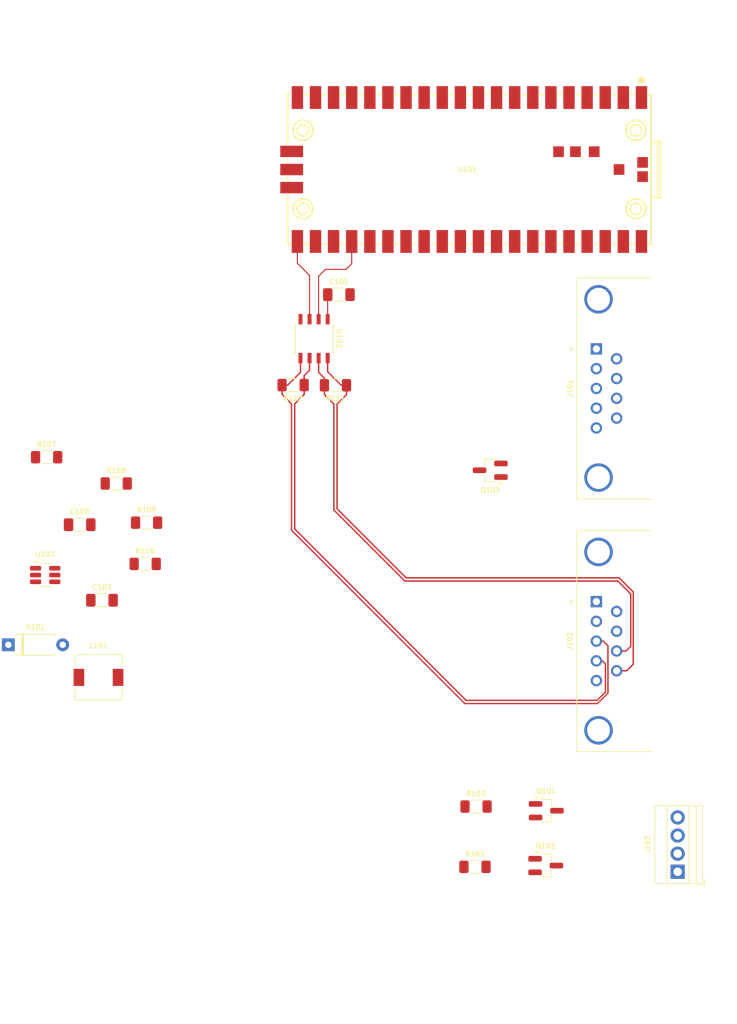
<source format=kicad_pcb>
(kicad_pcb (version 20240108) (generator "pcbnew") (generator_version "8.0")
  (layers (0 "F.Cu" signal) (31 "B.Cu" signal) (34 "B.Paste" user) (35 "F.Paste" user) (36 "B.SilkS" user "B.Silkscreen") (37 "F.SilkS" user "F.Silkscreen") (38 "B.Mask" user) (39 "F.Mask" user) (44 "Edge.Cuts" user))
  (net 0 "")
  (net 1 "+3.3V")
  (net 2 "GND")
  (net 3 "+5V")
  (net 4 "+12V")
  (net 5 "Net-(D101-A)")
  (net 7 "/DIS_DIO")
  (net 8 "/NC")
  (net 9 "/DIS_STB")
  (net 10 "/DIS_CLK")
  (net 13 "/ENC_DIR")
  (net 14 "/ENC_DAT-")
  (net 15 "/ENC_SET")
  (net 16 "/ENC_CLK-")
  (net 17 "/ENC_CLK+")
  (net 18 "/~{ENC_STAT}")
  (net 19 "/ENC_DAT+")
  (net 20 "/STP_PUL+")
  (net 21 "/STP_DIR+")
  (net 22 "/STP_PUL-")
  (net 23 "/STP_DIR-")
  (net 24 "Net-(Q101-G)")
  (net 25 "Net-(Q102-G)")
  (net 26 "Net-(Q103-D)")
  (net 27 "Net-(U101-GP21)")
  (net 28 "Net-(U101-GP20)")
  (net 29 "Net-(U103-EN)")
  (net 30 "Net-(R108-Pad2)")
  (net 31 "Net-(U103-FB)")
  (net 38 "/ENC_DAT")
  (net 45 "/ENC_CLK")
  (footprint "MountingHole:MountingHole_3.2mm_M3_DIN965" (layer "F.Cu") (at 63.56 48.19)
    (property "Reference" "REF**" (hide yes))
    (property "Value" "MountingHole_3.2mm_M3_DIN965" (hide yes))
    (pad "" np_thru_hole circle (at 0 0) (size 3.2 3.2) (drill 3.2) (layers "F&B.Cu" "*.Mask"))
  )
  (footprint "Resistor_SMD:R_1206_3216Metric_Pad1.30x1.75mm_HandSolder" (layer "F.Cu") (at 111.72 156.61)
    (property "Reference" "R103" (at 0 -1.82 0) (layer "F.SilkS") (effects (font (size 0.7 0.7))))
    (property "Value" "100R" (hide yes))
    (fp_line (start -0.727064 -0.91) (end 0.727064 -0.91) (stroke (width 0.12)) (layer "F.SilkS"))
    (fp_line (start -0.727064 0.91) (end 0.727064 0.91) (stroke (width 0.12)) (layer "F.SilkS"))
    (pad "1" smd roundrect (at -1.55 0) (size 1.3 1.75) (layers "F.Cu" "F.Paste" "F.Mask") (roundrect_rratio 0.192308) (net 27 "Net-(U101-GP21)"))
    (pad "2" smd roundrect (at 1.55 0) (size 1.3 1.75) (layers "F.Cu" "F.Paste" "F.Mask") (roundrect_rratio 0.192308) (net 24 "Net-(Q101-G)"))
  )
  (footprint "Capacitor_SMD:C_1206_3216Metric_Pad1.33x1.80mm_HandSolder" (layer "F.Cu") (at 56.12 117.1)
    (property "Reference" "C102" (at 0 -1.85 0) (layer "F.SilkS") (effects (font (size 0.7 0.7))))
    (property "Value" "22µ" (hide yes))
    (fp_line (start -0.711252 -0.91) (end 0.711252 -0.91) (stroke (width 0.12)) (layer "F.SilkS"))
    (fp_line (start -0.711252 0.91) (end 0.711252 0.91) (stroke (width 0.12)) (layer "F.SilkS"))
    (pad "1" smd roundrect (at -1.5625 0) (size 1.325 1.8) (layers "F.Cu" "F.Paste" "F.Mask") (roundrect_rratio 0.188679) (net 3 "+5V"))
    (pad "2" smd roundrect (at 1.5625 0) (size 1.325 1.8) (layers "F.Cu" "F.Paste" "F.Mask") (roundrect_rratio 0.188679) (net 2 "GND"))
  )
  (footprint "Package_TO_SOT_SMD:SOT-23-6_Handsoldering" (layer "F.Cu") (at 51.28 124.15)
    (property "Reference" "U103" (at 0 -2.9 0) (layer "F.SilkS") (effects (font (size 0.7 0.7))))
    (property "Value" "SDB628" (hide yes))
    (fp_line (start -0.9 1.61) (end 0.9 1.61) (stroke (width 0.12)) (layer "F.SilkS"))
    (fp_line (start 0.1 -1.61) (end -0.7 -1.61) (stroke (width 0.12)) (layer "F.SilkS"))
    (fp_line (start 0.1 -1.61) (end 0.9 -1.61) (stroke (width 0.12)) (layer "F.SilkS"))
    (fp_poly (pts (xy -1.2 -1.56) (xy -1.44 -1.89) (xy -0.96 -1.89) (xy -1.2 -1.56)) (stroke (width 0.12)) (fill solid) (layer "F.SilkS"))
    (pad "1" smd roundrect (at -1.35 -0.95) (size 1.56 0.65) (layers "F.Cu" "F.Paste" "F.Mask") (net 5 "Net-(D101-A)"))
    (pad "2" smd roundrect (at -1.35 0) (size 1.56 0.65) (layers "F.Cu" "F.Paste" "F.Mask") (net 2 "GND"))
    (pad "3" smd roundrect (at -1.35 0.95) (size 1.56 0.65) (layers "F.Cu" "F.Paste" "F.Mask") (net 31 "Net-(U103-FB)"))
    (pad "4" smd roundrect (at 1.35 0.95) (size 1.56 0.65) (layers "F.Cu" "F.Paste" "F.Mask") (net 29 "Net-(U103-EN)"))
    (pad "5" smd roundrect (at 1.35 0) (size 1.56 0.65) (layers "F.Cu" "F.Paste" "F.Mask") (net 3 "+5V"))
    (pad "6" smd roundrect (at 1.35 -0.95) (size 1.56 0.65) (layers "F.Cu" "F.Paste" "F.Mask"))
  )
  (footprint "MountingHole:MountingHole_3.2mm_M3_DIN965" (layer "F.Cu") (at 133.42 46.61)
    (property "Reference" "REF**" (hide yes))
    (property "Value" "MountingHole_3.2mm_M3_DIN965" (hide yes))
    (pad "" np_thru_hole circle (at 0 0) (size 3.2 3.2) (drill 3.2) (layers "F&B.Cu" "*.Mask"))
  )
  (footprint "MountingHole:MountingHole_3.2mm_M3_DIN965" (layer "F.Cu") (at 67.51 183.71)
    (property "Reference" "REF**" (hide yes))
    (property "Value" "MountingHole_3.2mm_M3_DIN965" (hide yes))
    (pad "" np_thru_hole circle (at 0 0) (size 3.2 3.2) (drill 3.2) (layers "F&B.Cu" "*.Mask"))
  )
  (footprint "Resistor_SMD:R_1206_3216Metric_Pad1.30x1.75mm_HandSolder" (layer "F.Cu") (at 86.06 97.52)
    (property "Reference" "R112" (at 0 1.85 360) (layer "F.SilkS") (effects (font (size 0.7 0.7))))
    (property "Value" "120R" (hide yes))
    (fp_line (start -0.727064 -0.91) (end 0.727064 -0.91) (stroke (width 0.12)) (layer "F.SilkS"))
    (fp_line (start -0.727064 0.91) (end 0.727064 0.91) (stroke (width 0.12)) (layer "F.SilkS"))
    (pad "1" smd roundrect (at -1.55 0) (size 1.3 1.75) (layers "F.Cu" "F.Paste" "F.Mask") (roundrect_rratio 0.192308) (net 17 "/ENC_CLK+"))
    (pad "2" smd roundrect (at 1.55 0) (size 1.3 1.75) (layers "F.Cu" "F.Paste" "F.Mask") (roundrect_rratio 0.192308) (net 16 "/ENC_CLK-"))
  )
  (footprint "Resistor_SMD:R_1206_3216Metric_Pad1.30x1.75mm_HandSolder" (layer "F.Cu") (at 65.51 116.81)
    (property "Reference" "R109" (at 0 -1.82 0) (layer "F.SilkS") (effects (font (size 0.7 0.7))))
    (property "Value" "10k" (hide yes))
    (fp_line (start -0.727064 -0.91) (end 0.727064 -0.91) (stroke (width 0.12)) (layer "F.SilkS"))
    (fp_line (start -0.727064 0.91) (end 0.727064 0.91) (stroke (width 0.12)) (layer "F.SilkS"))
    (pad "1" smd roundrect (at -1.55 0) (size 1.3 1.75) (layers "F.Cu" "F.Paste" "F.Mask") (roundrect_rratio 0.192308) (net 30 "Net-(R108-Pad2)"))
    (pad "2" smd roundrect (at 1.55 0) (size 1.3 1.75) (layers "F.Cu" "F.Paste" "F.Mask") (roundrect_rratio 0.192308) (net 31 "Net-(U103-FB)"))
  )
  (footprint "Resistor_SMD:R_1206_3216Metric_Pad1.30x1.75mm_HandSolder" (layer "F.Cu") (at 111.57 165.06)
    (property "Reference" "R104" (at 0 -1.82 0) (layer "F.SilkS") (effects (font (size 0.7 0.7))))
    (property "Value" "100R" (hide yes))
    (fp_line (start -0.727064 -0.91) (end 0.727064 -0.91) (stroke (width 0.12)) (layer "F.SilkS"))
    (fp_line (start -0.727064 0.91) (end 0.727064 0.91) (stroke (width 0.12)) (layer "F.SilkS"))
    (pad "1" smd roundrect (at -1.55 0) (size 1.3 1.75) (layers "F.Cu" "F.Paste" "F.Mask") (roundrect_rratio 0.192308) (net 28 "Net-(U101-GP20)"))
    (pad "2" smd roundrect (at 1.55 0) (size 1.3 1.75) (layers "F.Cu" "F.Paste" "F.Mask") (roundrect_rratio 0.192308) (net 25 "Net-(Q102-G)"))
  )
  (footprint "Package_TO_SOT_SMD:SOT-23_Handsoldering" (layer "F.Cu") (at 121.57 157.19)
    (property "Reference" "Q101" (at 0 -2.75 0) (layer "F.SilkS") (effects (font (size 0.7 0.7))))
    (property "Value" "SI2302" (hide yes))
    (fp_line (start -0.04 -1.58) (end -0.84 -1.58) (stroke (width 0.12)) (layer "F.SilkS"))
    (fp_line (start -0.04 -1.58) (end 0.76 -1.58) (stroke (width 0.12)) (layer "F.SilkS"))
    (fp_line (start 0.76 -1.58) (end 0.76 -0.65) (stroke (width 0.12)) (layer "F.SilkS"))
    (fp_line (start 0.76 1.58) (end -0.7 1.58) (stroke (width 0.12)) (layer "F.SilkS"))
    (fp_line (start 0.76 1.58) (end 0.76 0.65) (stroke (width 0.12)) (layer "F.SilkS"))
    (fp_poly (pts (xy -1.34 -1.61) (xy -1.58 -1.94) (xy -1.1 -1.94) (xy -1.34 -1.61)) (stroke (width 0.12)) (fill solid) (layer "F.SilkS"))
    (pad "1" smd roundrect (at -1.5 -0.95) (size 1.9 0.8) (layers "F.Cu" "F.Paste" "F.Mask") (net 24 "Net-(Q101-G)"))
    (pad "2" smd roundrect (at -1.5 0.95) (size 1.9 0.8) (layers "F.Cu" "F.Paste" "F.Mask") (net 2 "GND"))
    (pad "3" smd roundrect (at 1.5 0) (size 1.9 0.8) (layers "F.Cu" "F.Paste" "F.Mask") (net 23 "/STP_DIR-"))
  )
  (footprint "footprints:SO1SOP-8-A_TPK" (layer "F.Cu") (at 89 91.01 -90)
    (property "Reference" "U102" (at -0.01 -3.54 -90) (layer "F.SilkS") (effects (font (size 0.7 0.7))))
    (property "Value" "TPT480L1-SO1R" (hide yes))
    (fp_line (start -2.1209 2.6797) (end 2.1209 2.6797) (stroke (width 0.1524)) (layer "F.SilkS"))
    (fp_line (start 2.1209 -2.6797) (end -2.1209 -2.6797) (stroke (width 0.1524)) (layer "F.SilkS"))
    (pad "1" smd rect (at -2.72415 -1.905 270) (size 1.4605 0.5588) (layers "F.Cu" "F.Paste" "F.Mask") (net 1 "+3.3V"))
    (pad "2" smd rect (at -2.72415 -0.635 270) (size 1.4605 0.5588) (layers "F.Cu" "F.Paste" "F.Mask") (net 38 "/ENC_DAT"))
    (pad "3" smd rect (at -2.72415 0.635 270) (size 1.4605 0.5588) (layers "F.Cu" "F.Paste" "F.Mask") (net 45 "/ENC_CLK"))
    (pad "4" smd rect (at -2.72415 1.905 270) (size 1.4605 0.5588) (layers "F.Cu" "F.Paste" "F.Mask") (net 2 "GND"))
    (pad "5" smd rect (at 2.72415 1.905 270) (size 1.4605 0.5588) (layers "F.Cu" "F.Paste" "F.Mask") (net 17 "/ENC_CLK+"))
    (pad "6" smd rect (at 2.72415 0.635 270) (size 1.4605 0.5588) (layers "F.Cu" "F.Paste" "F.Mask") (net 16 "/ENC_CLK-"))
    (pad "7" smd rect (at 2.72415 -0.635 270) (size 1.4605 0.5588) (layers "F.Cu" "F.Paste" "F.Mask") (net 14 "/ENC_DAT-"))
    (pad "8" smd rect (at 2.72415 -1.905 270) (size 1.4605 0.5588) (layers "F.Cu" "F.Paste" "F.Mask") (net 19 "/ENC_DAT+"))
  )
  (footprint "Package_TO_SOT_SMD:SOT-23_Handsoldering" (layer "F.Cu") (at 121.5 164.88)
    (property "Reference" "Q102" (at 0 -2.75 0) (layer "F.SilkS") (effects (font (size 0.7 0.7))))
    (property "Value" "SI2302" (hide yes))
    (fp_line (start -0.04 -1.58) (end -0.84 -1.58) (stroke (width 0.12)) (layer "F.SilkS"))
    (fp_line (start -0.04 -1.58) (end 0.76 -1.58) (stroke (width 0.12)) (layer "F.SilkS"))
    (fp_line (start 0.76 -1.58) (end 0.76 -0.65) (stroke (width 0.12)) (layer "F.SilkS"))
    (fp_line (start 0.76 1.58) (end -0.7 1.58) (stroke (width 0.12)) (layer "F.SilkS"))
    (fp_line (start 0.76 1.58) (end 0.76 0.65) (stroke (width 0.12)) (layer "F.SilkS"))
    (fp_poly (pts (xy -1.34 -1.61) (xy -1.58 -1.94) (xy -1.1 -1.94) (xy -1.34 -1.61)) (stroke (width 0.12)) (fill solid) (layer "F.SilkS"))
    (pad "1" smd roundrect (at -1.5 -0.95) (size 1.9 0.8) (layers "F.Cu" "F.Paste" "F.Mask") (net 25 "Net-(Q102-G)"))
    (pad "2" smd roundrect (at -1.5 0.95) (size 1.9 0.8) (layers "F.Cu" "F.Paste" "F.Mask") (net 2 "GND"))
    (pad "3" smd roundrect (at 1.5 0) (size 1.9 0.8) (layers "F.Cu" "F.Paste" "F.Mask") (net 22 "/STP_PUL-"))
  )
  (footprint "Resistor_SMD:R_1206_3216Metric_Pad1.30x1.75mm_HandSolder" (layer "F.Cu") (at 92 97.55 180)
    (property "Reference" "R111" (at 0 -1.82 360) (layer "F.SilkS") (effects (font (size 0.7 0.7))))
    (property "Value" "120R" (hide yes))
    (fp_line (start -0.727064 0.91) (end 0.727064 0.91) (stroke (width 0.12)) (layer "F.SilkS"))
    (fp_line (start -0.727064 -0.91) (end 0.727064 -0.91) (stroke (width 0.12)) (layer "F.SilkS"))
    (pad "1" smd roundrect (at -1.55 0 180) (size 1.3 1.75) (layers "F.Cu" "F.Paste" "F.Mask") (roundrect_rratio 0.192308) (net 19 "/ENC_DAT+"))
    (pad "2" smd roundrect (at 1.55 0 180) (size 1.3 1.75) (layers "F.Cu" "F.Paste" "F.Mask") (roundrect_rratio 0.192308) (net 14 "/ENC_DAT-"))
  )
  (footprint "TerminalBlock:TerminalBlock_Xinya_XY308-2.54-4P_1x04_P2.54mm_Horizontal" (layer "F.Cu") (at 140 165.75 90)
    (property "Reference" "J103" (at 3.81 -4.22 90) (layer "F.SilkS") (effects (font (size 0.7 0.7))))
    (property "Value" "STEPPER DRIVER" (hide yes))
    (fp_line (start 9.26 -3.22) (end 9.26 3.52) (stroke (width 0.12)) (layer "F.SilkS"))
    (fp_line (start -1.64 -3.22) (end 9.26 -3.22) (stroke (width 0.12)) (layer "F.SilkS"))
    (fp_line (start -1.64 -3.22) (end -1.64 3.52) (stroke (width 0.12)) (layer "F.SilkS"))
    (fp_line (start -1.64 -1.501) (end 9.26 -1.501) (stroke (width 0.12)) (layer "F.SilkS"))
    (fp_line (start -1.64 1.6) (end 9.26 1.6) (stroke (width 0.12)) (layer "F.SilkS"))
    (fp_line (start -1.64 2.6) (end 9.26 2.6) (stroke (width 0.12)) (layer "F.SilkS"))
    (fp_line (start -1.88 2.72) (end -1.88 3.76) (stroke (width 0.12)) (layer "F.SilkS"))
    (fp_line (start -1.64 3.52) (end 9.26 3.52) (stroke (width 0.12)) (layer "F.SilkS"))
    (fp_line (start -1.88 3.76) (end -1.08 3.76) (stroke (width 0.12)) (layer "F.SilkS"))
    (pad "1" thru_hole rect (at 0 0 90) (size 2 2) (drill 1.2) (layers "*.Cu" "*.Mask") (net 20 "/STP_PUL+"))
    (pad "2" thru_hole circle (at 2.54 0 90) (size 2 2) (drill 1.2) (layers "*.Cu" "*.Mask") (net 22 "/STP_PUL-"))
    (pad "3" thru_hole circle (at 5.08 0 90) (size 2 2) (drill 1.2) (layers "*.Cu" "*.Mask") (net 21 "/STP_DIR+"))
    (pad "4" thru_hole circle (at 7.62 0 90) (size 2 2) (drill 1.2) (layers "*.Cu" "*.Mask") (net 23 "/STP_DIR-"))
  )
  (footprint "Resistor_SMD:R_1206_3216Metric_Pad1.30x1.75mm_HandSolder" (layer "F.Cu") (at 65.31 122.59)
    (property "Reference" "R110" (at 0 -1.82 0) (layer "F.SilkS") (effects (font (size 0.7 0.7))))
    (property "Value" "1k" (hide yes))
    (fp_line (start -0.727064 -0.91) (end 0.727064 -0.91) (stroke (width 0.12)) (layer "F.SilkS"))
    (fp_line (start -0.727064 0.91) (end 0.727064 0.91) (stroke (width 0.12)) (layer "F.SilkS"))
    (pad "1" smd roundrect (at -1.55 0) (size 1.3 1.75) (layers "F.Cu" "F.Paste" "F.Mask") (roundrect_rratio 0.192308) (net 31 "Net-(U103-FB)"))
    (pad "2" smd roundrect (at 1.55 0) (size 1.3 1.75) (layers "F.Cu" "F.Paste" "F.Mask") (roundrect_rratio 0.192308) (net 2 "GND"))
  )
  (footprint "Connector_Dsub:DSUB-9_Female_Horizontal_P2.77x2.84mm_EdgePinOffset4.94mm_Housed_MountingHolesOffset7.48mm" (layer "F.Cu") (at 128.599669 127.875 90)
    (property "Reference" "J102" (at -5.54 -3.7 90) (layer "F.SilkS") (effects (font (size 0.7 0.7))))
    (property "Value" "ENCODER" (hide yes))
    (fp_line (start 0.25 -3.654338) (end 0 -3.221325) (stroke (width 0.12)) (layer "F.SilkS"))
    (fp_line (start -0.25 -3.654338) (end 0.25 -3.654338) (stroke (width 0.12)) (layer "F.SilkS"))
    (fp_line (start 0 -3.221325) (end -0.25 -3.654338) (stroke (width 0.12)) (layer "F.SilkS"))
    (fp_line (start 9.945 -2.76) (end 9.945 7.72) (stroke (width 0.12)) (layer "F.SilkS"))
    (fp_line (start -21.025 -2.76) (end 9.945 -2.76) (stroke (width 0.12)) (layer "F.SilkS"))
    (fp_line (start -21.025 7.72) (end -21.025 -2.76) (stroke (width 0.12)) (layer "F.SilkS"))
    (pad "0" thru_hole circle (at -18.04 0.3 90) (size 4 4) (drill 3.2) (layers "*.Cu" "*.Mask"))
    (pad "0" thru_hole circle (at 6.96 0.3 90) (size 4 4) (drill 3.2) (layers "*.Cu" "*.Mask"))
    (pad "1" thru_hole rect (at 0 0 90) (size 1.6 1.6) (drill 1) (layers "*.Cu" "*.Mask") (net 4 "+12V"))
    (pad "2" thru_hole circle (at -2.77 0 90) (size 1.6 1.6) (drill 1) (layers "*.Cu" "*.Mask") (net 2 "GND"))
    (pad "3" thru_hole circle (at -5.54 0 90) (size 1.6 1.6) (drill 1) (layers "*.Cu" "*.Mask") (net 17 "/ENC_CLK+"))
    (pad "4" thru_hole circle (at -8.31 0 90) (size 1.6 1.6) (drill 1) (layers "*.Cu" "*.Mask") (net 16 "/ENC_CLK-"))
    (pad "5" thru_hole circle (at -11.08 0 90) (size 1.6 1.6) (drill 1) (layers "*.Cu" "*.Mask") (net 18 "/~{ENC_STAT}"))
    (pad "6" thru_hole circle (at -1.385 2.84 90) (size 1.6 1.6) (drill 1) (layers "*.Cu" "*.Mask") (net 13 "/ENC_DIR"))
    (pad "7" thru_hole circle (at -4.155 2.84 90) (size 1.6 1.6) (drill 1) (layers "*.Cu" "*.Mask") (net 15 "/ENC_SET"))
    (pad "8" thru_hole circle (at -6.925 2.84 90) (size 1.6 1.6) (drill 1) (layers "*.Cu" "*.Mask") (net 14 "/ENC_DAT-"))
    (pad "9" thru_hole circle (at -9.695 2.84 90) (size 1.6 1.6) (drill 1) (layers "*.Cu" "*.Mask") (net 19 "/ENC_DAT+"))
  )
  (footprint "easyeda2kicad:COMM-SMD_L51.0-W21.0-P2.54_SC0916" (layer "F.Cu") (at 110.47 67.3 180)
    (property "Reference" "U101" (at 0 0 360) (layer "F.SilkS") (effects (font (size 0.7 0.7))))
    (property "Value" "PI PICO" (hide yes))
    (fp_line (start 25.19 10.5) (end 25.19 3.57) (stroke (width 0.25)) (layer "F.SilkS"))
    (fp_line (start 25.19 1.5) (end 25.19 1.03) (stroke (width 0.25)) (layer "F.SilkS"))
    (fp_line (start 25.19 -1.04) (end 25.19 -1.51) (stroke (width 0.25)) (layer "F.SilkS"))
    (fp_line (start 25.19 -3.58) (end 25.19 -10.5) (stroke (width 0.25)) (layer "F.SilkS"))
    (fp_line (start 25.19 -10.5) (end 24.85 -10.5) (stroke (width 0.25)) (layer "F.SilkS"))
    (fp_line (start 24.85 10.5) (end 25.19 10.5) (stroke (width 0.25)) (layer "F.SilkS"))
    (fp_line (start 22.79 -10.5) (end 22.31 -10.5) (stroke (width 0.25)) (layer "F.SilkS"))
    (fp_line (start 22.31 10.5) (end 22.79 10.5) (stroke (width 0.25)) (layer "F.SilkS"))
    (fp_line (start 20.25 -10.5) (end 19.77 -10.5) (stroke (width 0.25)) (layer "F.SilkS"))
    (fp_line (start 19.77 10.5) (end 20.25 10.5) (stroke (width 0.25)) (layer "F.SilkS"))
    (fp_line (start 17.71 -10.5) (end 17.23 -10.5) (stroke (width 0.25)) (layer "F.SilkS"))
    (fp_line (start 17.23 10.5) (end 17.71 10.5) (stroke (width 0.25)) (layer "F.SilkS"))
    (fp_line (start 15.17 -10.5) (end 14.69 -10.5) (stroke (width 0.25)) (layer "F.SilkS"))
    (fp_line (start 14.69 10.5) (end 15.17 10.5) (stroke (width 0.25)) (layer "F.SilkS"))
    (fp_line (start 12.63 -10.5) (end 12.15 -10.5) (stroke (width 0.25)) (layer "F.SilkS"))
    (fp_line (start 12.15 10.5) (end 12.63 10.5) (stroke (width 0.25)) (layer "F.SilkS"))
    (fp_line (start 10.09 -10.5) (end 9.61 -10.5) (stroke (width 0.25)) (layer "F.SilkS"))
    (fp_line (start 9.61 10.5) (end 10.09 10.5) (stroke (width 0.25)) (layer "F.SilkS"))
    (fp_line (start 7.55 -10.5) (end 7.07 -10.5) (stroke (width 0.25)) (layer "F.SilkS"))
    (fp_line (start 7.07 10.5) (end 7.55 10.5) (stroke (width 0.25)) (layer "F.SilkS"))
    (fp_line (start 5.01 -10.5) (end 4.53 -10.5) (stroke (width 0.25)) (layer "F.SilkS"))
    (fp_line (start 4.53 10.5) (end 5.01 10.5) (stroke (width 0.25)) (layer "F.SilkS"))
    (fp_line (start 2.47 -10.5) (end 1.99 -10.5) (stroke (width 0.25)) (layer "F.SilkS"))
    (fp_line (start 1.99 10.5) (end 2.47 10.5) (stroke (width 0.25)) (layer "F.SilkS"))
    (fp_line (start -0.07 -10.5) (end -0.55 -10.5) (stroke (width 0.25)) (layer "F.SilkS"))
    (fp_line (start -0.55 10.5) (end -0.07 10.5) (stroke (width 0.25)) (layer "F.SilkS"))
    (fp_line (start -2.61 -10.5) (end -3.09 -10.5) (stroke (width 0.25)) (layer "F.SilkS"))
    (fp_line (start -3.09 10.5) (end -2.61 10.5) (stroke (width 0.25)) (layer "F.SilkS"))
    (fp_line (start -5.15 -10.5) (end -5.63 -10.5) (stroke (width 0.25)) (layer "F.SilkS"))
    (fp_line (start -5.63 10.5) (end -5.15 10.5) (stroke (width 0.25)) (layer "F.SilkS"))
    (fp_line (start -7.69 -10.5) (end -8.17 -10.5) (stroke (width 0.25)) (layer "F.SilkS"))
    (fp_line (start -8.17 10.5) (end -7.69 10.5) (stroke (width 0.25)) (layer "F.SilkS"))
    (fp_line (start -10.23 -10.5) (end -10.71 -10.5) (stroke (width 0.25)) (layer "F.SilkS"))
    (fp_line (start -10.71 10.5) (end -10.23 10.5) (stroke (width 0.25)) (layer "F.SilkS"))
    (fp_line (start -12.77 -10.5) (end -13.25 -10.5) (stroke (width 0.25)) (layer "F.SilkS"))
    (fp_line (start -13.25 10.5) (end -12.77 10.5) (stroke (width 0.25)) (layer "F.SilkS"))
    (fp_line (start -15.31 -10.5) (end -15.79 -10.5) (stroke (width 0.25)) (layer "F.SilkS"))
    (fp_line (start -15.79 10.5) (end -15.31 10.5) (stroke (width 0.25)) (layer "F.SilkS"))
    (fp_line (start -17.85 -10.5) (end -18.33 -10.5) (stroke (width 0.25)) (layer "F.SilkS"))
    (fp_line (start -18.33 10.5) (end -17.85 10.5) (stroke (width 0.25)) (layer "F.SilkS"))
    (fp_line (start -20.39 -10.5) (end -20.87 -10.5) (stroke (width 0.25)) (layer "F.SilkS"))
    (fp_line (start -20.87 10.5) (end -20.39 10.5) (stroke (width 0.25)) (layer "F.SilkS"))
    (fp_line (start -22.93 -10.5) (end -23.41 -10.5) (stroke (width 0.25)) (layer "F.SilkS"))
    (fp_line (start -23.41 10.5) (end -22.93 10.5) (stroke (width 0.25)) (layer "F.SilkS"))
    (fp_line (start -25.47 -10.5) (end -25.81 -10.5) (stroke (width 0.25)) (layer "F.SilkS"))
    (fp_line (start -25.81 10.5) (end -25.47 10.5) (stroke (width 0.25)) (layer "F.SilkS"))
    (fp_line (start -25.81 -10.5) (end -25.81 10.5) (stroke (width 0.25)) (layer "F.SilkS"))
    (fp_line (start -25.84 3.8) (end -25.81 3.83) (stroke (width 0.25)) (layer "F.SilkS"))
    (fp_line (start -26.71 4) (end -27.11 4) (stroke (width 0.25)) (layer "F.SilkS"))
    (fp_line (start -26.71 3.8) (end -25.84 3.8) (stroke (width 0.25)) (layer "F.SilkS"))
    (fp_line (start -26.71 -3.81) (end -25.81 -3.81) (stroke (width 0.25)) (layer "F.SilkS"))
    (fp_line (start -26.71 -4) (end -26.71 4) (stroke (width 0.25)) (layer "F.SilkS"))
    (fp_line (start -27.11 -4) (end -26.71 -4) (stroke (width 0.25)) (layer "F.SilkS"))
    (fp_line (start -27.11 -4) (end -27.11 4) (stroke (width 0.25)) (layer "F.SilkS"))
    (fp_circle (center 23.03 5.5) (end 24.43 5.5) (stroke (width 0.25)) (fill none) (layer "F.SilkS"))
    (fp_circle (center 23.03 5.5) (end 23.83 5.5) (stroke (width 0.25)) (fill none) (layer "F.SilkS"))
    (fp_circle (center 23.03 -5.5) (end 24.43 -5.5) (stroke (width 0.25)) (fill none) (layer "F.SilkS"))
    (fp_circle (center 23.03 -5.5) (end 23.83 -5.5) (stroke (width 0.25)) (fill none) (layer "F.SilkS"))
    (fp_circle (center -23.67 5.5) (end -22.27 5.5) (stroke (width 0.25)) (fill none) (layer "F.SilkS"))
    (fp_circle (center -23.67 5.5) (end -22.87 5.5) (stroke (width 0.25)) (fill none) (layer "F.SilkS"))
    (fp_circle (center -23.67 -5.5) (end -22.27 -5.5) (stroke (width 0.25)) (fill none) (layer "F.SilkS"))
    (fp_circle (center -23.67 -5.5) (end -22.87 -5.5) (stroke (width 0.25)) (fill none) (layer "F.SilkS"))
    (fp_circle (center -24.46 12.5) (end -24.21 12.5) (stroke (width 0.5)) (fill none) (layer "F.SilkS"))
    (pad "1" smd rect (at -24.45 10.09 180) (size 1.6 3.2) (layers "F.Cu" "F.Paste" "F.Mask"))
    (pad "2" smd rect (at -21.91 10.09 180) (size 1.6 3.2) (layers "F.Cu" "F.Paste" "F.Mask"))
    (pad "3" smd rect (at -19.37 10.09 180) (size 1.6 3.2) (layers "F.Cu" "F.Paste" "F.Mask") (net 2 "GND"))
    (pad "4" smd rect (at -16.83 10.09 180) (size 1.6 3.2) (layers "F.Cu" "F.Paste" "F.Mask"))
    (pad "5" smd rect (at -14.29 10.09 180) (size 1.6 3.2) (layers "F.Cu" "F.Paste" "F.Mask"))
    (pad "6" smd rect (at -11.75 10.09 180) (size 1.6 3.2) (layers "F.Cu" "F.Paste" "F.Mask"))
    (pad "7" smd rect (at -9.21 10.09 180) (size 1.6 3.2) (layers "F.Cu" "F.Paste" "F.Mask"))
    (pad "8" smd rect (at -6.67 10.09 180) (size 1.6 3.2) (layers "F.Cu" "F.Paste" "F.Mask") (net 2 "GND"))
    (pad "9" smd rect (at -4.13 10.09 180) (size 1.6 3.2) (layers "F.Cu" "F.Paste" "F.Mask"))
    (pad "10" smd rect (at -1.59 10.09 180) (size 1.6 3.2) (layers "F.Cu" "F.Paste" "F.Mask"))
    (pad "11" smd rect (at 0.95 10.09 180) (size 1.6 3.2) (layers "F.Cu" "F.Paste" "F.Mask"))
    (pad "12" smd rect (at 3.49 10.09 180) (size 1.6 3.2) (layers "F.Cu" "F.Paste" "F.Mask"))
    (pad "13" smd rect (at 6.03 10.09 180) (size 1.6 3.2) (layers "F.Cu" "F.Paste" "F.Mask") (net 2 "GND"))
    (pad "14" smd rect (at 8.57 10.09 180) (size 1.6 3.2) (layers "F.Cu" "F.Paste" "F.Mask"))
    (pad "15" smd rect (at 11.11 10.09 180) (size 1.6 3.2) (layers "F.Cu" "F.Paste" "F.Mask"))
    (pad "16" smd rect (at 13.65 10.09 180) (size 1.6 3.2) (layers "F.Cu" "F.Paste" "F.Mask"))
    (pad "17" smd rect (at 16.19 10.09 180) (size 1.6 3.2) (layers "F.Cu" "F.Paste" "F.Mask"))
    (pad "18" smd rect (at 18.73 10.09 180) (size 1.6 3.2) (layers "F.Cu" "F.Paste" "F.Mask") (net 2 "GND"))
    (pad "19" smd rect (at 21.27 10.09 180) (size 1.6 3.2) (layers "F.Cu" "F.Paste" "F.Mask"))
    (pad "20" smd rect (at 23.81 10.09 180) (size 1.6 3.2) (layers "F.Cu" "F.Paste" "F.Mask"))
    (pad "21" smd rect (at 23.81 -10.09 180) (size 1.6 3.2) (layers "F.Cu" "F.Paste" "F.Mask") (net 45 "/ENC_CLK"))
    (pad "22" smd rect (at 21.27 -10.09 180) (size 1.6 3.2) (layers "F.Cu" "F.Paste" "F.Mask"))
    (pad "23" smd rect (at 18.73 -10.09 180) (size 1.6 3.2) (layers "F.Cu" "F.Paste" "F.Mask") (net 2 "GND"))
    (pad "24" smd rect (at 16.19 -10.09 180) (size 1.6 3.2) (layers "F.Cu" "F.Paste" "F.Mask") (net 38 "/ENC_DAT"))
    (pad "25" smd rect (at 13.65 -10.09 180) (size 1.6 3.2) (layers "F.Cu" "F.Paste" "F.Mask"))
    (pad "26" smd rect (at 11.11 -10.09 180) (size 1.6 3.2) (layers "F.Cu" "F.Paste" "F.Mask") (net 28 "Net-(U101-GP20)"))
    (pad "27" smd rect (at 8.57 -10.09 180) (size 1.6 3.2) (layers "F.Cu" "F.Paste" "F.Mask") (net 27 "Net-(U101-GP21)"))
    (pad "28" smd rect (at 6.03 -10.09 180) (size 1.6 3.2) (layers "F.Cu" "F.Paste" "F.Mask") (net 2 "GND"))
    (pad "29" smd rect (at 3.49 -10.09 180) (size 1.6 3.2) (layers "F.Cu" "F.Paste" "F.Mask") (net 26 "Net-(Q103-D)"))
    (pad "30" smd rect (at 0.95 -10.09 180) (size 1.6 3.2) (layers "F.Cu" "F.Paste" "F.Mask"))
    (pad "31" smd rect (at -1.59 -10.09 180) (size 1.6 3.2) (layers "F.Cu" "F.Paste" "F.Mask") (net 9 "/DIS_STB"))
    (pad "32" smd rect (at -4.13 -10.09 180) (size 1.6 3.2) (layers "F.Cu" "F.Paste" "F.Mask") (net 10 "/DIS_CLK"))
    (pad "33" smd rect (at -6.67 -10.09 180) (size 1.6 3.2) (layers "F.Cu" "F.Paste" "F.Mask") (net 2 "GND"))
    (pad "34" smd rect (at -9.21 -10.09 180) (size 1.6 3.2) (layers "F.Cu" "F.Paste" "F.Mask") (net 7 "/DIS_DIO"))
    (pad "35" smd rect (at -11.75 -10.09 180) (size 1.6 3.2) (layers "F.Cu" "F.Paste" "F.Mask"))
    (pad "36" smd rect (at -14.29 -10.09 180) (size 1.6 3.2) (layers "F.Cu" "F.Paste" "F.Mask") (net 1 "+3.3V"))
    (pad "37" smd rect (at -16.83 -10.09 180) (size 1.6 3.2) (layers "F.Cu" "F.Paste" "F.Mask"))
    (pad "38" smd rect (at -19.37 -10.09 180) (size 1.6 3.2) (layers "F.Cu" "F.Paste" "F.Mask") (net 2 "GND"))
    (pad "39" smd rect (at -21.91 -10.09 180) (size 1.6 3.2) (layers "F.Cu" "F.Paste" "F.Mask"))
    (pad "40" smd rect (at -24.45 -10.09 180) (size 1.6 3.2) (layers "F.Cu" "F.Paste" "F.Mask") (net 3 "+5V"))
    (pad "41" smd rect (at 24.61 2.54 270) (size 1.6 3.2) (layers "F.Cu" "F.Paste" "F.Mask"))
    (pad "42" smd rect (at 24.61 0 270) (size 1.6 3.2) (layers "F.Cu" "F.Paste" "F.Mask"))
    (pad "43" smd rect (at 24.61 -2.54 270) (size 1.6 3.2) (layers "F.Cu" "F.Paste" "F.Mask"))
    (pad "TP1" smd rect (at -21.31 0 180) (size 1.5 1.5) (layers "F.Cu" "F.Paste" "F.Mask"))
    (pad "TP2" smd rect (at -24.61 -1 180) (size 1.5 1.5) (layers "F.Cu" "F.Paste" "F.Mask"))
    (pad "TP3" smd rect (at -24.61 1 180) (size 1.5 1.5) (layers "F.Cu" "F.Paste" "F.Mask"))
    (pad "TP4" smd rect (at -17.82 2.5 180) (size 1.5 1.5) (layers "F.Cu" "F.Paste" "F.Mask"))
    (pad "TP5" smd rect (at -15.19 2.5 180) (size 1.5 1.5) (layers "F.Cu" "F.Paste" "F.Mask"))
    (pad "TP6" smd rect (at -12.82 2.5 180) (size 1.5 1.5) (layers "F.Cu" "F.Paste" "F.Mask"))
  )
  (footprint "Inductor_SMD:L_6.3x6.3_H3" (layer "F.Cu") (at 58.76 138.5)
    (property "Reference" "L101" (at 0 -4.45 0) (layer "F.SilkS") (effects (font (size 0.7 0.7))))
    (property "Value" "10µ" (hide yes))
    (fp_line (start -3.3 -3.2) (end 3.3 -3.2) (stroke (width 0.12)) (layer "F.SilkS"))
    (fp_line (start -3.3 -1.5) (end -3.3 -3.2) (stroke (width 0.12)) (layer "F.SilkS"))
    (fp_line (start -3.3 3.2) (end -3.3 1.5) (stroke (width 0.12)) (layer "F.SilkS"))
    (fp_line (start 3.3 -3.2) (end 3.3 -1.5) (stroke (width 0.12)) (layer "F.SilkS"))
    (fp_line (start 3.3 1.5) (end 3.3 3.2) (stroke (width 0.12)) (layer "F.SilkS"))
    (fp_line (start 3.3 3.2) (end -3.3 3.2) (stroke (width 0.12)) (layer "F.SilkS"))
    (pad "1" smd rect (at -2.75 0) (size 1.5 2.4) (layers "F.Cu" "F.Paste" "F.Mask") (net 3 "+5V"))
    (pad "2" smd rect (at 2.75 0) (size 1.5 2.4) (layers "F.Cu" "F.Paste" "F.Mask") (net 5 "Net-(D101-A)"))
  )
  (footprint "MountingHole:MountingHole_3.2mm_M3_DIN965" (layer "F.Cu") (at 145.26 184.04)
    (property "Reference" "REF**" (hide yes))
    (property "Value" "MountingHole_3.2mm_M3_DIN965" (hide yes))
    (pad "" np_thru_hole circle (at 0 0) (size 3.2 3.2) (drill 3.2) (layers "*.Cu" "*.Mask"))
  )
  (footprint "Connector_Dsub:DSUB-9_Female_Horizontal_P2.77x2.84mm_EdgePinOffset4.94mm_Housed_MountingHolesOffset7.48mm" (layer "F.Cu") (at 128.599669 92.45 90)
    (property "Reference" "J101" (at -5.54 -3.7 90) (layer "F.SilkS") (effects (font (size 0.7 0.7))))
    (property "Value" "DISPLAY" (hide yes))
    (fp_line (start 0.25 -3.654338) (end 0 -3.221325) (stroke (width 0.12)) (layer "F.SilkS"))
    (fp_line (start -0.25 -3.654338) (end 0.25 -3.654338) (stroke (width 0.12)) (layer "F.SilkS"))
    (fp_line (start 0 -3.221325) (end -0.25 -3.654338) (stroke (width 0.12)) (layer "F.SilkS"))
    (fp_line (start 9.945 -2.76) (end 9.945 7.72) (stroke (width 0.12)) (layer "F.SilkS"))
    (fp_line (start -21.025 -2.76) (end 9.945 -2.76) (stroke (width 0.12)) (layer "F.SilkS"))
    (fp_line (start -21.025 7.72) (end -21.025 -2.76) (stroke (width 0.12)) (layer "F.SilkS"))
    (pad "0" thru_hole circle (at -18.04 0.3 90) (size 4 4) (drill 3.2) (layers "*.Cu" "*.Mask"))
    (pad "0" thru_hole circle (at 6.96 0.3 90) (size 4 4) (drill 3.2) (layers "*.Cu" "*.Mask"))
    (pad "1" thru_hole rect (at 0 0 90) (size 1.6 1.6) (drill 1) (layers "*.Cu" "*.Mask") (net 8 "/NC"))
    (pad "2" thru_hole circle (at -2.77 0 90) (size 1.6 1.6) (drill 1) (layers "*.Cu" "*.Mask") (net 2 "GND"))
    (pad "3" thru_hole circle (at -5.54 0 90) (size 1.6 1.6) (drill 1) (layers "*.Cu" "*.Mask") (net 10 "/DIS_CLK"))
    (pad "4" thru_hole circle (at -8.31 0 90) (size 1.6 1.6) (drill 1) (layers "*.Cu" "*.Mask"))
    (pad "5" thru_hole circle (at -11.08 0 90) (size 1.6 1.6) (drill 1) (layers "*.Cu" "*.Mask"))
    (pad "6" thru_hole circle (at -1.385 2.84 90) (size 1.6 1.6) (drill 1) (layers "*.Cu" "*.Mask") (net 1 "+3.3V"))
    (pad "7" thru_hole circle (at -4.155 2.84 90) (size 1.6 1.6) (drill 1) (layers "*.Cu" "*.Mask") (net 9 "/DIS_STB"))
    (pad "8" thru_hole circle (at -6.925 2.84 90) (size 1.6 1.6) (drill 1) (layers "*.Cu" "*.Mask") (net 7 "/DIS_DIO"))
    (pad "9" thru_hole circle (at -9.695 2.84 90) (size 1.6 1.6) (drill 1) (layers "*.Cu" "*.Mask"))
  )
  (footprint "Capacitor_SMD:C_1206_3216Metric_Pad1.33x1.80mm_HandSolder" (layer "F.Cu") (at 59.25 127.69)
    (property "Reference" "C103" (at 0 -1.85 0) (layer "F.SilkS") (effects (font (size 0.7 0.7))))
    (property "Value" "22µ" (hide yes))
    (fp_line (start -0.711252 -0.91) (end 0.711252 -0.91) (stroke (width 0.12)) (layer "F.SilkS"))
    (fp_line (start -0.711252 0.91) (end 0.711252 0.91) (stroke (width 0.12)) (layer "F.SilkS"))
    (pad "1" smd roundrect (at -1.5625 0) (size 1.325 1.8) (layers "F.Cu" "F.Paste" "F.Mask") (roundrect_rratio 0.188679) (net 4 "+12V"))
    (pad "2" smd roundrect (at 1.5625 0) (size 1.325 1.8) (layers "F.Cu" "F.Paste" "F.Mask") (roundrect_rratio 0.188679) (net 2 "GND"))
  )
  (footprint "Diode_THT:D_A-405_P7.62mm_Horizontal" (layer "F.Cu") (at 46.12 133.93)
    (property "Reference" "D101" (at 3.81 -2.47 0) (layer "F.SilkS") (effects (font (size 0.7 0.7))))
    (property "Value" "1N5819" (hide yes))
    (fp_line (start 1.09 -1.47) (end 6.53 -1.47) (stroke (width 0.12)) (layer "F.SilkS"))
    (fp_line (start 1.09 -1.14) (end 1.09 -1.47) (stroke (width 0.12)) (layer "F.SilkS"))
    (fp_line (start 1.09 1.14) (end 1.09 1.47) (stroke (width 0.12)) (layer "F.SilkS"))
    (fp_line (start 1.09 1.47) (end 6.53 1.47) (stroke (width 0.12)) (layer "F.SilkS"))
    (fp_line (start 1.87 -1.47) (end 1.87 1.47) (stroke (width 0.12)) (layer "F.SilkS"))
    (fp_line (start 1.99 -1.47) (end 1.99 1.47) (stroke (width 0.12)) (layer "F.SilkS"))
    (fp_line (start 2.11 -1.47) (end 2.11 1.47) (stroke (width 0.12)) (layer "F.SilkS"))
    (fp_line (start 6.53 -1.47) (end 6.53 -1.14) (stroke (width 0.12)) (layer "F.SilkS"))
    (fp_line (start 6.53 1.47) (end 6.53 1.14) (stroke (width 0.12)) (layer "F.SilkS"))
    (pad "1" thru_hole rect (at 0 0) (size 1.8 1.8) (drill 0.9) (layers "*.Cu" "*.Mask") (net 4 "+12V"))
    (pad "2" thru_hole oval (at 7.62 0) (size 1.8 1.8) (drill 0.9) (layers "*.Cu" "*.Mask") (net 5 "Net-(D101-A)"))
  )
  (footprint "Capacitor_SMD:C_1206_3216Metric_Pad1.33x1.80mm_HandSolder" (layer "F.Cu") (at 92.4825 84.84)
    (property "Reference" "C101" (at 0 -1.85 360) (layer "F.SilkS") (effects (font (size 0.7 0.7))))
    (property "Value" "100n" (hide yes))
    (fp_line (start -0.711252 -0.91) (end 0.711252 -0.91) (stroke (width 0.12)) (layer "F.SilkS"))
    (fp_line (start -0.711252 0.91) (end 0.711252 0.91) (stroke (width 0.12)) (layer "F.SilkS"))
    (pad "1" smd roundrect (at -1.5625 0) (size 1.325 1.8) (layers "F.Cu" "F.Paste" "F.Mask") (roundrect_rratio 0.188679) (net 1 "+3.3V"))
    (pad "2" smd roundrect (at 1.5625 0) (size 1.325 1.8) (layers "F.Cu" "F.Paste" "F.Mask") (roundrect_rratio 0.188679) (net 2 "GND"))
  )
  (footprint "Resistor_SMD:R_1206_3216Metric_Pad1.30x1.75mm_HandSolder" (layer "F.Cu") (at 61.25 111.32)
    (property "Reference" "R108" (at 0 -1.82 0) (layer "F.SilkS") (effects (font (size 0.7 0.7))))
    (property "Value" "10k" (hide yes))
    (fp_line (start -0.727064 -0.91) (end 0.727064 -0.91) (stroke (width 0.12)) (layer "F.SilkS"))
    (fp_line (start -0.727064 0.91) (end 0.727064 0.91) (stroke (width 0.12)) (layer "F.SilkS"))
    (pad "1" smd roundrect (at -1.55 0) (size 1.3 1.75) (layers "F.Cu" "F.Paste" "F.Mask") (roundrect_rratio 0.192308) (net 4 "+12V"))
    (pad "2" smd roundrect (at 1.55 0) (size 1.3 1.75) (layers "F.Cu" "F.Paste" "F.Mask") (roundrect_rratio 0.192308) (net 30 "Net-(R108-Pad2)"))
  )
  (footprint "Package_TO_SOT_SMD:SOT-23_Handsoldering" (layer "F.Cu") (at 113.71 109.46 180)
    (property "Reference" "Q103" (at 0 -2.75 360) (layer "F.SilkS") (effects (font (size 0.7 0.7))))
    (property "Value" "SI2302" (hide yes))
    (fp_line (start 0.76 1.58) (end 0.76 0.65) (stroke (width 0.12)) (layer "F.SilkS"))
    (fp_line (start 0.76 1.58) (end -0.7 1.58) (stroke (width 0.12)) (layer "F.SilkS"))
    (fp_line (start 0.76 -1.58) (end 0.76 -0.65) (stroke (width 0.12)) (layer "F.SilkS"))
    (fp_line (start -0.04 -1.58) (end 0.76 -1.58) (stroke (width 0.12)) (layer "F.SilkS"))
    (fp_line (start -0.04 -1.58) (end -0.84 -1.58) (stroke (width 0.12)) (layer "F.SilkS"))
    (fp_poly (pts (xy -1.34 -1.61) (xy -1.58 -1.94) (xy -1.1 -1.94) (xy -1.34 -1.61)) (stroke (width 0.12)) (fill solid) (layer "F.SilkS"))
    (pad "1" smd roundrect (at -1.5 -0.95 180) (size 1.9 0.8) (layers "F.Cu" "F.Paste" "F.Mask") (net 18 "/~{ENC_STAT}"))
    (pad "2" smd roundrect (at -1.5 0.95 180) (size 1.9 0.8) (layers "F.Cu" "F.Paste" "F.Mask") (net 2 "GND"))
    (pad "3" smd roundrect (at 1.5 0 180) (size 1.9 0.8) (layers "F.Cu" "F.Paste" "F.Mask") (net 26 "Net-(Q103-D)"))
  )
  (footprint "Resistor_SMD:R_1206_3216Metric_Pad1.30x1.75mm_HandSolder" (layer "F.Cu") (at 51.49 107.63)
    (property "Reference" "R107" (at 0 -1.82 0) (layer "F.SilkS") (effects (font (size 0.7 0.7))))
    (property "Value" "10k" (hide yes))
    (fp_line (start -0.727064 -0.91) (end 0.727064 -0.91) (stroke (width 0.12)) (layer "F.SilkS"))
    (fp_line (start -0.727064 0.91) (end 0.727064 0.91) (stroke (width 0.12)) (layer "F.SilkS"))
    (pad "1" smd roundrect (at -1.55 0) (size 1.3 1.75) (layers "F.Cu" "F.Paste" "F.Mask") (roundrect_rratio 0.192308) (net 3 "+5V"))
    (pad "2" smd roundrect (at 1.55 0) (size 1.3 1.75) (layers "F.Cu" "F.Paste" "F.Mask") (roundrect_rratio 0.192308) (net 29 "Net-(U103-EN)"))
  )
  (segment (start 90.905 84.855) (end 90.92 84.84) (width 0.15) (layer "F.Cu") (net 1))
  (segment (start 90.905 88.28585) (end 90.905 84.855) (width 0.15) (layer "F.Cu") (net 1))
  (segment (start 90.45 96.56) (end 89.635 95.745) (width 0.2) (layer "F.Cu") (net 14))
  (segment (start 101.7268 124.995) (end 91.775 115.0432) (width 0.2) (layer "F.Cu") (net 14))
  (segment (start 133.4209 134.1391) (end 133.4209 126.8091) (width 0.2) (layer "F.Cu") (net 14))
  (segment (start 132.76 134.8) (end 133.4209 134.1391) (width 0.2) (layer "F.Cu") (net 14))
  (segment (start 90.45 98.862501) (end 90.45 97.55) (width 0.2) (layer "F.Cu") (net 14))
  (segment (start 131.6068 124.995) (end 101.7268 124.995) (width 0.2) (layer "F.Cu") (net 14))
  (segment (start 131.439669 134.8) (end 132.76 134.8) (width 0.2) (layer "F.Cu") (net 14))
  (segment (start 91.775 115.0432) (end 91.775 100.187501) (width 0.2) (layer "F.Cu") (net 14))
  (segment (start 90.45 97.55) (end 90.45 96.56) (width 0.2) (layer "F.Cu") (net 14))
  (segment (start 91.775 100.187501) (end 90.45 98.862501) (width 0.2) (layer "F.Cu") (net 14))
  (segment (start 89.635 95.745) (end 89.635 93.73415) (width 0.2) (layer "F.Cu") (net 14))
  (segment (start 133.4209 126.8091) (end 131.6068 124.995) (width 0.2) (layer "F.Cu") (net 14))
  (segment (start 129.87 140.56) (end 128.715 141.715) (width 0.2) (layer "F.Cu") (net 16))
  (segment (start 110.3132 141.715) (end 86.285 117.6868) (width 0.2) (layer "F.Cu") (net 16))
  (segment (start 88.365 95.435) (end 88.365 93.73415) (width 0.2) (layer "F.Cu") (net 16))
  (segment (start 129.87 136.61) (end 129.87 140.56) (width 0.2) (layer "F.Cu") (net 16))
  (segment (start 87.61 98.832501) (end 87.61 97.52) (width 0.2) (layer "F.Cu") (net 16))
  (segment (start 128.599669 136.185) (end 129.445 136.185) (width 0.2) (layer "F.Cu") (net 16))
  (segment (start 128.715 141.715) (end 110.3132 141.715) (width 0.2) (layer "F.Cu") (net 16))
  (segment (start 87.61 97.52) (end 87.61 96.19) (width 0.2) (layer "F.Cu") (net 16))
  (segment (start 86.285 117.6868) (end 86.285 100.157501) (width 0.2) (layer "F.Cu") (net 16))
  (segment (start 87.61 96.19) (end 88.365 95.435) (width 0.2) (layer "F.Cu") (net 16))
  (segment (start 129.445 136.185) (end 129.87 136.61) (width 0.2) (layer "F.Cu") (net 16))
  (segment (start 86.285 100.157501) (end 87.61 98.832501) (width 0.2) (layer "F.Cu") (net 16))
  (segment (start 128.759975 142.165) (end 110.1268 142.165) (width 0.2) (layer "F.Cu") (net 17))
  (segment (start 85.31 97.52) (end 87.095 95.735) (width 0.2) (layer "F.Cu") (net 17))
  (segment (start 110.1268 142.165) (end 85.835 117.8732) (width 0.2) (layer "F.Cu") (net 17))
  (segment (start 130.22 140.704975) (end 128.759975 142.165) (width 0.2) (layer "F.Cu") (net 17))
  (segment (start 129.575 133.415) (end 130.22 134.06) (width 0.2) (layer "F.Cu") (net 17))
  (segment (start 84.51 98.832501) (end 84.51 97.52) (width 0.2) (layer "F.Cu") (net 17))
  (segment (start 87.095 95.735) (end 87.095 93.73415) (width 0.2) (layer "F.Cu") (net 17))
  (segment (start 130.22 134.06) (end 130.22 140.704975) (width 0.2) (layer "F.Cu") (net 17))
  (segment (start 85.835 117.8732) (end 85.835 100.157501) (width 0.2) (layer "F.Cu") (net 17))
  (segment (start 128.599669 133.415) (end 129.575 133.415) (width 0.2) (layer "F.Cu") (net 17))
  (segment (start 85.835 100.157501) (end 84.51 98.832501) (width 0.2) (layer "F.Cu") (net 17))
  (segment (start 84.51 97.52) (end 85.31 97.52) (width 0.2) (layer "F.Cu") (net 17))
  (segment (start 133.7709 126.5227) (end 133.7709 136.6591) (width 0.2) (layer "F.Cu") (net 19))
  (segment (start 132.86 137.57) (end 131.439669 137.57) (width 0.2) (layer "F.Cu") (net 19))
  (segment (start 93.55 98.862501) (end 92.225 100.187501) (width 0.2) (layer "F.Cu") (net 19))
  (segment (start 133.7709 136.6591) (end 132.86 137.57) (width 0.2) (layer "F.Cu") (net 19))
  (segment (start 90.905 95.655) (end 92.8 97.55) (width 0.2) (layer "F.Cu") (net 19))
  (segment (start 90.905 93.73415) (end 90.905 95.655) (width 0.2) (layer "F.Cu") (net 19))
  (segment (start 92.225 100.187501) (end 92.225 114.8568) (width 0.2) (layer "F.Cu") (net 19))
  (segment (start 101.9132 124.545) (end 131.7932 124.545) (width 0.2) (layer "F.Cu") (net 19))
  (segment (start 93.55 97.55) (end 93.55 98.862501) (width 0.2) (layer "F.Cu") (net 19))
  (segment (start 92.8 97.55) (end 93.55 97.55) (width 0.2) (layer "F.Cu") (net 19))
  (segment (start 131.7932 124.545) (end 133.7709 126.5227) (width 0.2) (layer "F.Cu") (net 19))
  (segment (start 92.225 114.8568) (end 101.9132 124.545) (width 0.2) (layer "F.Cu") (net 19))
  (segment (start 94.28 80.49) (end 94.28 77.39) (width 0.15) (layer "F.Cu") (net 38))
  (segment (start 89.635 88.28585) (end 89.635 82.265) (width 0.15) (layer "F.Cu") (net 38))
  (segment (start 90.6 81.3) (end 93.47 81.3) (width 0.15) (layer "F.Cu") (net 38))
  (segment (start 93.47 81.3) (end 94.28 80.49) (width 0.15) (layer "F.Cu") (net 38))
  (segment (start 89.635 82.265) (end 90.6 81.3) (width 0.15) (layer "F.Cu") (net 38))
  (segment (start 88.365 82.145) (end 86.66 80.44) (width 0.15) (layer "F.Cu") (net 45))
  (segment (start 86.66 80.44) (end 86.66 77.39) (width 0.15) (layer "F.Cu") (net 45))
  (segment (start 88.365 88.28585) (end 88.365 82.145) (width 0.15) (layer "F.Cu") (net 45))
)
</source>
